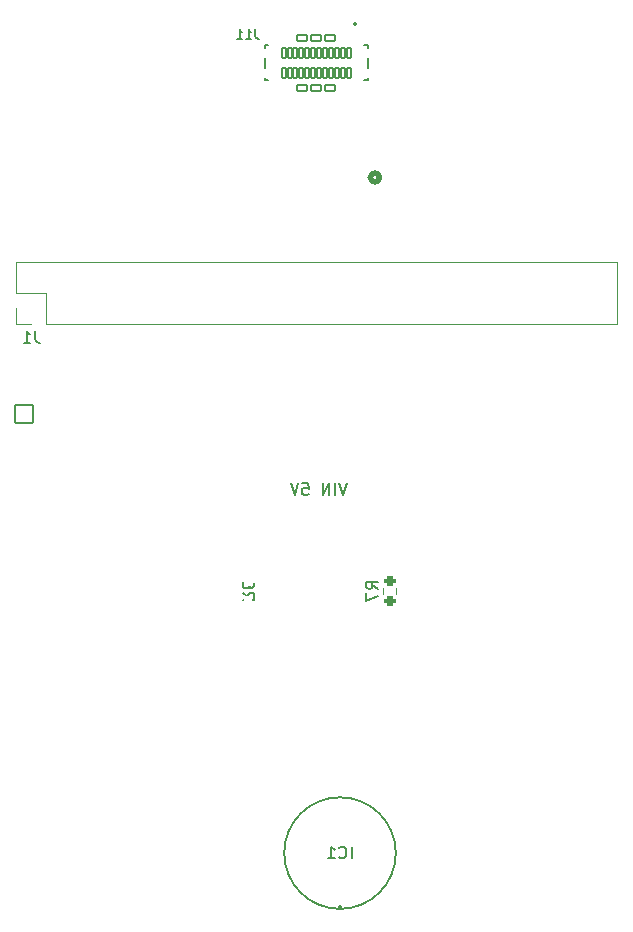
<source format=gbr>
%TF.GenerationSoftware,KiCad,Pcbnew,9.0.7*%
%TF.CreationDate,2026-01-09T13:12:47-06:00*%
%TF.ProjectId,dreamV1_0,64726561-6d56-4315-9f30-2e6b69636164,1*%
%TF.SameCoordinates,Original*%
%TF.FileFunction,Legend,Bot*%
%TF.FilePolarity,Positive*%
%FSLAX46Y46*%
G04 Gerber Fmt 4.6, Leading zero omitted, Abs format (unit mm)*
G04 Created by KiCad (PCBNEW 9.0.7) date 2026-01-09 13:12:47*
%MOMM*%
%LPD*%
G01*
G04 APERTURE LIST*
G04 Aperture macros list*
%AMRoundRect*
0 Rectangle with rounded corners*
0 $1 Rounding radius*
0 $2 $3 $4 $5 $6 $7 $8 $9 X,Y pos of 4 corners*
0 Add a 4 corners polygon primitive as box body*
4,1,4,$2,$3,$4,$5,$6,$7,$8,$9,$2,$3,0*
0 Add four circle primitives for the rounded corners*
1,1,$1+$1,$2,$3*
1,1,$1+$1,$4,$5*
1,1,$1+$1,$6,$7*
1,1,$1+$1,$8,$9*
0 Add four rect primitives between the rounded corners*
20,1,$1+$1,$2,$3,$4,$5,0*
20,1,$1+$1,$4,$5,$6,$7,0*
20,1,$1+$1,$6,$7,$8,$9,0*
20,1,$1+$1,$8,$9,$2,$3,0*%
G04 Aperture macros list end*
%ADD10C,0.150000*%
%ADD11C,0.508000*%
%ADD12C,0.120000*%
%ADD13C,0.152400*%
%ADD14C,0.127000*%
%ADD15C,0.200000*%
%ADD16RoundRect,0.102000X-0.754000X-0.754000X0.754000X-0.754000X0.754000X0.754000X-0.754000X0.754000X0*%
%ADD17C,1.712000*%
%ADD18C,1.295400*%
%ADD19R,1.295400X1.295400*%
%ADD20R,1.700000X1.700000*%
%ADD21O,1.700000X1.700000*%
%ADD22RoundRect,0.200000X-0.275000X0.200000X-0.275000X-0.200000X0.275000X-0.200000X0.275000X0.200000X0*%
%ADD23C,1.371600*%
%ADD24R,0.762000X0.558800*%
%ADD25C,0.660000*%
%ADD26C,0.580000*%
%ADD27RoundRect,0.102000X0.410000X0.275000X-0.410000X0.275000X-0.410000X-0.275000X0.410000X-0.275000X0*%
%ADD28C,1.304000*%
%ADD29RoundRect,0.102000X0.557560X-0.129814X-0.242900X0.518386X-0.557560X0.129814X0.242900X-0.518386X0*%
%ADD30RoundRect,0.102000X0.242900X0.518386X-0.557560X-0.129814X-0.242900X-0.518386X0.557560X0.129814X0*%
%ADD31RoundRect,0.102000X0.150000X0.425000X-0.150000X0.425000X-0.150000X-0.425000X0.150000X-0.425000X0*%
G04 APERTURE END LIST*
D10*
X-7619049Y8130181D02*
X-7952382Y7130181D01*
X-7952382Y7130181D02*
X-8285715Y8130181D01*
X-8619049Y7130181D02*
X-8619049Y8130181D01*
X-9095239Y7130181D02*
X-9095239Y8130181D01*
X-9095239Y8130181D02*
X-9666667Y7130181D01*
X-9666667Y7130181D02*
X-9666667Y8130181D01*
X-11380953Y8130181D02*
X-10904763Y8130181D01*
X-10904763Y8130181D02*
X-10857144Y7653991D01*
X-10857144Y7653991D02*
X-10904763Y7701610D01*
X-10904763Y7701610D02*
X-11000001Y7749229D01*
X-11000001Y7749229D02*
X-11238096Y7749229D01*
X-11238096Y7749229D02*
X-11333334Y7701610D01*
X-11333334Y7701610D02*
X-11380953Y7653991D01*
X-11380953Y7653991D02*
X-11428572Y7558753D01*
X-11428572Y7558753D02*
X-11428572Y7320658D01*
X-11428572Y7320658D02*
X-11380953Y7225420D01*
X-11380953Y7225420D02*
X-11333334Y7177800D01*
X-11333334Y7177800D02*
X-11238096Y7130181D01*
X-11238096Y7130181D02*
X-11000001Y7130181D01*
X-11000001Y7130181D02*
X-10904763Y7177800D01*
X-10904763Y7177800D02*
X-10857144Y7225420D01*
X-11714287Y8130181D02*
X-12047620Y7130181D01*
X-12047620Y7130181D02*
X-12380953Y8130181D01*
X-33986667Y21005181D02*
X-33986667Y20290896D01*
X-33986667Y20290896D02*
X-33939048Y20148039D01*
X-33939048Y20148039D02*
X-33843810Y20052800D01*
X-33843810Y20052800D02*
X-33700953Y20005181D01*
X-33700953Y20005181D02*
X-33605715Y20005181D01*
X-34986667Y20005181D02*
X-34415239Y20005181D01*
X-34700953Y20005181D02*
X-34700953Y21005181D01*
X-34700953Y21005181D02*
X-34605715Y20862324D01*
X-34605715Y20862324D02*
X-34510477Y20767086D01*
X-34510477Y20767086D02*
X-34415239Y20719467D01*
X-4975181Y-833333D02*
X-5451372Y-500000D01*
X-4975181Y-261905D02*
X-5975181Y-261905D01*
X-5975181Y-261905D02*
X-5975181Y-642857D01*
X-5975181Y-642857D02*
X-5927562Y-738095D01*
X-5927562Y-738095D02*
X-5879943Y-785714D01*
X-5879943Y-785714D02*
X-5784705Y-833333D01*
X-5784705Y-833333D02*
X-5641848Y-833333D01*
X-5641848Y-833333D02*
X-5546610Y-785714D01*
X-5546610Y-785714D02*
X-5498991Y-738095D01*
X-5498991Y-738095D02*
X-5451372Y-642857D01*
X-5451372Y-642857D02*
X-5451372Y-261905D01*
X-5975181Y-1166667D02*
X-5975181Y-1833333D01*
X-5975181Y-1833333D02*
X-4975181Y-1404762D01*
X-7223811Y-23654819D02*
X-7223811Y-22654819D01*
X-8271429Y-23559580D02*
X-8223810Y-23607200D01*
X-8223810Y-23607200D02*
X-8080953Y-23654819D01*
X-8080953Y-23654819D02*
X-7985715Y-23654819D01*
X-7985715Y-23654819D02*
X-7842858Y-23607200D01*
X-7842858Y-23607200D02*
X-7747620Y-23511961D01*
X-7747620Y-23511961D02*
X-7700001Y-23416723D01*
X-7700001Y-23416723D02*
X-7652382Y-23226247D01*
X-7652382Y-23226247D02*
X-7652382Y-23083390D01*
X-7652382Y-23083390D02*
X-7700001Y-22892914D01*
X-7700001Y-22892914D02*
X-7747620Y-22797676D01*
X-7747620Y-22797676D02*
X-7842858Y-22702438D01*
X-7842858Y-22702438D02*
X-7985715Y-22654819D01*
X-7985715Y-22654819D02*
X-8080953Y-22654819D01*
X-8080953Y-22654819D02*
X-8223810Y-22702438D01*
X-8223810Y-22702438D02*
X-8271429Y-22750057D01*
X-9223810Y-23654819D02*
X-8652382Y-23654819D01*
X-8938096Y-23654819D02*
X-8938096Y-22654819D01*
X-8938096Y-22654819D02*
X-8842858Y-22797676D01*
X-8842858Y-22797676D02*
X-8747620Y-22892914D01*
X-8747620Y-22892914D02*
X-8652382Y-22940533D01*
X-16454820Y-1166666D02*
X-15978629Y-1499999D01*
X-16454820Y-1738094D02*
X-15454820Y-1738094D01*
X-15454820Y-1738094D02*
X-15454820Y-1357142D01*
X-15454820Y-1357142D02*
X-15502439Y-1261904D01*
X-15502439Y-1261904D02*
X-15550058Y-1214285D01*
X-15550058Y-1214285D02*
X-15645296Y-1166666D01*
X-15645296Y-1166666D02*
X-15788153Y-1166666D01*
X-15788153Y-1166666D02*
X-15883391Y-1214285D01*
X-15883391Y-1214285D02*
X-15931010Y-1261904D01*
X-15931010Y-1261904D02*
X-15978629Y-1357142D01*
X-15978629Y-1357142D02*
X-15978629Y-1738094D01*
X-15454820Y-309523D02*
X-15454820Y-499999D01*
X-15454820Y-499999D02*
X-15502439Y-595237D01*
X-15502439Y-595237D02*
X-15550058Y-642856D01*
X-15550058Y-642856D02*
X-15692915Y-738094D01*
X-15692915Y-738094D02*
X-15883391Y-785713D01*
X-15883391Y-785713D02*
X-16264343Y-785713D01*
X-16264343Y-785713D02*
X-16359581Y-738094D01*
X-16359581Y-738094D02*
X-16407200Y-690475D01*
X-16407200Y-690475D02*
X-16454820Y-595237D01*
X-16454820Y-595237D02*
X-16454820Y-404761D01*
X-16454820Y-404761D02*
X-16407200Y-309523D01*
X-16407200Y-309523D02*
X-16359581Y-261904D01*
X-16359581Y-261904D02*
X-16264343Y-214285D01*
X-16264343Y-214285D02*
X-16026248Y-214285D01*
X-16026248Y-214285D02*
X-15931010Y-261904D01*
X-15931010Y-261904D02*
X-15883391Y-309523D01*
X-15883391Y-309523D02*
X-15835772Y-404761D01*
X-15835772Y-404761D02*
X-15835772Y-595237D01*
X-15835772Y-595237D02*
X-15883391Y-690475D01*
X-15883391Y-690475D02*
X-15931010Y-738094D01*
X-15931010Y-738094D02*
X-16026248Y-785713D01*
X-15372381Y46537705D02*
X-15372381Y45966277D01*
X-15372381Y45966277D02*
X-15334286Y45851991D01*
X-15334286Y45851991D02*
X-15258095Y45775800D01*
X-15258095Y45775800D02*
X-15143810Y45737705D01*
X-15143810Y45737705D02*
X-15067619Y45737705D01*
X-16172381Y45737705D02*
X-15715238Y45737705D01*
X-15943810Y45737705D02*
X-15943810Y46537705D01*
X-15943810Y46537705D02*
X-15867619Y46423420D01*
X-15867619Y46423420D02*
X-15791429Y46347229D01*
X-15791429Y46347229D02*
X-15715238Y46309134D01*
X-16934286Y45737705D02*
X-16477143Y45737705D01*
X-16705715Y45737705D02*
X-16705715Y46537705D01*
X-16705715Y46537705D02*
X-16629524Y46423420D01*
X-16629524Y46423420D02*
X-16553334Y46347229D01*
X-16553334Y46347229D02*
X-16477143Y46309134D01*
D11*
%TO.C,J7*%
X-4856500Y34000000D02*
G75*
G02*
X-5618500Y34000000I-381000J0D01*
G01*
X-5618500Y34000000D02*
G75*
G02*
X-4856500Y34000000I381000J0D01*
G01*
D12*
%TO.C,J1*%
X-35650000Y26830000D02*
X-35650000Y24230000D01*
X-35650000Y26830000D02*
X15270000Y26830000D01*
X-35650000Y24230000D02*
X-33050000Y24230000D01*
X-35650000Y22960000D02*
X-35650000Y21630000D01*
X-35650000Y21630000D02*
X-34320000Y21630000D01*
X-33050000Y24230000D02*
X-33050000Y21630000D01*
X-33050000Y21630000D02*
X15270000Y21630000D01*
X15270000Y26830000D02*
X15270000Y21630000D01*
%TO.C,R7*%
X-4522500Y-762742D02*
X-4522500Y-1237258D01*
X-3477500Y-762742D02*
X-3477500Y-1237258D01*
D13*
%TO.C,IC1*%
X-3475600Y-23200000D02*
G75*
G02*
X-12924400Y-23200000I-4724400J0D01*
G01*
X-12924400Y-23200000D02*
G75*
G02*
X-3475600Y-23200000I4724400J0D01*
G01*
X-8073000Y-27797400D02*
G75*
G02*
X-8327000Y-27797400I-127000J0D01*
G01*
X-8327000Y-27797400D02*
G75*
G02*
X-8073000Y-27797400I127000J0D01*
G01*
D14*
%TO.C,J11*%
X-14590000Y45180000D02*
X-14310000Y45180000D01*
X-14590000Y44950000D02*
X-14590000Y45180000D01*
X-14590000Y43290000D02*
X-14590000Y44110000D01*
X-14590000Y42450000D02*
X-14590000Y42220000D01*
X-14590000Y42220000D02*
X-14310000Y42220000D01*
X-6130000Y45180000D02*
X-5850000Y45180000D01*
X-5850000Y45180000D02*
X-5850000Y44950000D01*
X-5850000Y44110000D02*
X-5850000Y43290000D01*
X-5850000Y42450000D02*
X-5850000Y42220000D01*
X-5850000Y42220000D02*
X-6130000Y42220000D01*
D15*
X-6820000Y47000000D02*
G75*
G02*
X-7020000Y47000000I-100000J0D01*
G01*
X-7020000Y47000000D02*
G75*
G02*
X-6820000Y47000000I100000J0D01*
G01*
%TD*%
%LPC*%
D16*
%TO.C,J5*%
X-34920000Y13980000D03*
D17*
X-34920000Y16520000D03*
X-37460000Y13980000D03*
X-37460000Y16520000D03*
X-40000000Y13980000D03*
X-40000000Y16520000D03*
X-42540000Y13980000D03*
X-42540000Y16520000D03*
X-45080000Y13980000D03*
X-45080000Y16520000D03*
%TD*%
D18*
%TO.C,S1*%
X8760000Y47500000D03*
X6220000Y47500000D03*
D19*
X11300000Y47500000D03*
%TD*%
D20*
%TO.C,J1*%
X-34320000Y22960000D03*
D21*
X-34320000Y25500000D03*
X-31780000Y22960000D03*
X-31780000Y25500000D03*
X-29240000Y22960000D03*
X-29240000Y25500000D03*
X-26700000Y22960000D03*
X-26700000Y25500000D03*
X-24160000Y22960000D03*
X-24160000Y25500000D03*
X-21620000Y22960000D03*
X-21620000Y25500000D03*
X-19080000Y22960000D03*
X-19080000Y25500000D03*
X-16540000Y22960000D03*
X-16540000Y25500000D03*
X-14000000Y22960000D03*
X-14000000Y25500000D03*
X-11460000Y22960000D03*
X-11460000Y25500000D03*
X-8920000Y22960000D03*
X-8920000Y25500000D03*
X-6380000Y22960000D03*
X-6380000Y25500000D03*
X-3840000Y22960000D03*
X-3840000Y25500000D03*
X-1300000Y22960000D03*
X-1300000Y25500000D03*
X1240000Y22960000D03*
X1240000Y25500000D03*
X3780000Y22960000D03*
X3780000Y25500000D03*
X6320000Y22960000D03*
X6320000Y25500000D03*
X8860000Y22960000D03*
X8860000Y25500000D03*
X11400000Y22960000D03*
X11400000Y25500000D03*
X13940000Y22960000D03*
X13940000Y25500000D03*
%TD*%
D22*
%TO.C,R7*%
X-4000000Y-175000D03*
X-4000000Y-1825000D03*
%TD*%
D23*
%TO.C,IC1*%
X-8200000Y-25000000D03*
X-9999999Y-23200000D03*
X-8200000Y-21400001D03*
X-6400001Y-23200000D03*
%TD*%
D24*
%TO.C,R6*%
X-16000000Y-1673100D03*
X-16000000Y-326900D03*
%TD*%
D25*
%TO.C,J11*%
X-6470000Y43700000D03*
D26*
X-13970000Y43700000D03*
D27*
X-9020000Y45850000D03*
X-10220000Y45850000D03*
X-11420000Y45850000D03*
X-9020000Y41550000D03*
X-10220000Y41550000D03*
X-11420000Y41550000D03*
D28*
X-7820000Y45850000D03*
X-12620000Y45850000D03*
X-7820000Y41550000D03*
X-12620000Y41550000D03*
D29*
X-6450000Y44700000D03*
D30*
X-13990000Y44700000D03*
X-6450000Y42700000D03*
D29*
X-13990000Y42700000D03*
D31*
X-7470000Y44530000D03*
X-7970000Y44530000D03*
X-8470000Y44530000D03*
X-8970000Y44530000D03*
X-9470000Y44530000D03*
X-9970000Y44530000D03*
X-10470000Y44530000D03*
X-10970000Y44530000D03*
X-11470000Y44530000D03*
X-11970000Y44530000D03*
X-12470000Y44530000D03*
X-12970000Y44530000D03*
X-12970000Y42870000D03*
X-12470000Y42870000D03*
X-11970000Y42870000D03*
X-11470000Y42870000D03*
X-10970000Y42870000D03*
X-10470000Y42870000D03*
X-9970000Y42870000D03*
X-9470000Y42870000D03*
X-8970000Y42870000D03*
X-8470000Y42870000D03*
X-7970000Y42870000D03*
X-7470000Y42870000D03*
%TD*%
%LPD*%
M02*

</source>
